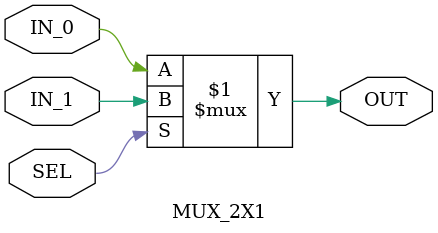
<source format=v>
module MUX_2X1
(
    input wire  IN_0 ,
    input wire  IN_1 ,
    input wire  SEL  ,
    output wire OUT  
);
    
assign OUT = SEL ?  IN_1 : IN_0 ;

endmodule
</source>
